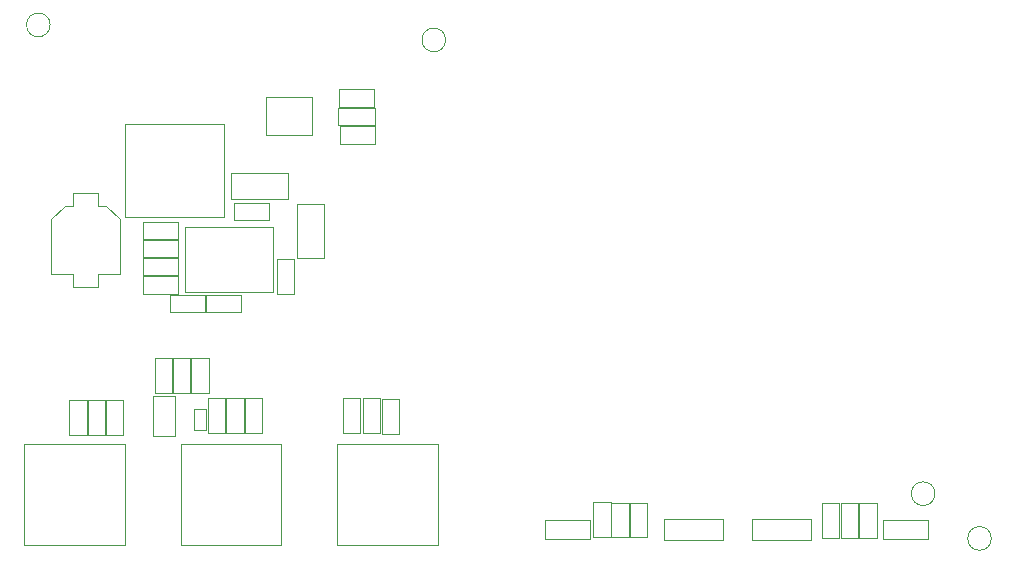
<source format=gbr>
G04 #@! TF.GenerationSoftware,KiCad,Pcbnew,9.0.0*
G04 #@! TF.CreationDate,2025-09-02T12:19:59+03:00*
G04 #@! TF.ProjectId,GSM_SMA_V1.0,47534d5f-534d-4415-9f56-312e302e6b69,rev?*
G04 #@! TF.SameCoordinates,Original*
G04 #@! TF.FileFunction,Other,User*
%FSLAX46Y46*%
G04 Gerber Fmt 4.6, Leading zero omitted, Abs format (unit mm)*
G04 Created by KiCad (PCBNEW 9.0.0) date 2025-09-02 12:19:59*
%MOMM*%
%LPD*%
G01*
G04 APERTURE LIST*
%ADD10C,0.050000*%
G04 APERTURE END LIST*
D10*
X144220000Y-117395000D02*
X145680000Y-117395000D01*
X144220000Y-120355000D02*
X144220000Y-117395000D01*
X145680000Y-117395000D02*
X145680000Y-120355000D01*
X145680000Y-120355000D02*
X144220000Y-120355000D01*
X90630000Y-108550000D02*
X92090000Y-108550000D01*
X90630000Y-111510000D02*
X90630000Y-108550000D01*
X92090000Y-108550000D02*
X92090000Y-111510000D01*
X92090000Y-111510000D02*
X90630000Y-111510000D01*
X152190000Y-116610000D02*
G75*
G02*
X150190000Y-116610000I-1000000J0D01*
G01*
X150190000Y-116610000D02*
G75*
G02*
X152190000Y-116610000I1000000J0D01*
G01*
X92880000Y-91970000D02*
X95840000Y-91970000D01*
X92880000Y-93430000D02*
X92880000Y-91970000D01*
X95840000Y-91970000D02*
X95840000Y-93430000D01*
X95840000Y-93430000D02*
X92880000Y-93430000D01*
X126350000Y-117360000D02*
X127810000Y-117360000D01*
X126350000Y-120320000D02*
X126350000Y-117360000D01*
X127810000Y-117360000D02*
X127810000Y-120320000D01*
X127810000Y-120320000D02*
X126350000Y-120320000D01*
X99440000Y-82991500D02*
X95540000Y-82991500D01*
X95540000Y-86241500D01*
X99440000Y-86241500D01*
X99440000Y-82991500D01*
X85150000Y-96660000D02*
X88110000Y-96660000D01*
X85150000Y-98120000D02*
X85150000Y-96660000D01*
X88110000Y-96660000D02*
X88110000Y-98120000D01*
X88110000Y-98120000D02*
X85150000Y-98120000D01*
X85150000Y-93590000D02*
X88110000Y-93590000D01*
X85150000Y-95050000D02*
X85150000Y-93590000D01*
X88110000Y-93590000D02*
X88110000Y-95050000D01*
X88110000Y-95050000D02*
X85150000Y-95050000D01*
X83620000Y-85350000D02*
X83620000Y-93150000D01*
X83620000Y-93150000D02*
X92020000Y-93150000D01*
X92020000Y-85350000D02*
X83620000Y-85350000D01*
X92020000Y-93150000D02*
X92020000Y-85350000D01*
X103780000Y-108550000D02*
X105240000Y-108550000D01*
X103780000Y-111510000D02*
X103780000Y-108550000D01*
X105240000Y-108550000D02*
X105240000Y-111510000D01*
X105240000Y-111510000D02*
X103780000Y-111510000D01*
X92630000Y-89480000D02*
X97390000Y-89480000D01*
X92630000Y-91680000D02*
X92630000Y-89480000D01*
X97390000Y-89480000D02*
X97390000Y-91680000D01*
X97390000Y-91680000D02*
X92630000Y-91680000D01*
X151620000Y-118855000D02*
X147820000Y-118855000D01*
X147820000Y-120455000D01*
X151620000Y-120455000D01*
X151620000Y-118855000D01*
X105400000Y-108560000D02*
X106860000Y-108560000D01*
X105400000Y-111520000D02*
X105400000Y-108560000D01*
X106860000Y-108560000D02*
X106860000Y-111520000D01*
X106860000Y-111520000D02*
X105400000Y-111520000D01*
X77280000Y-76920000D02*
G75*
G02*
X75280000Y-76920000I-1000000J0D01*
G01*
X75280000Y-76920000D02*
G75*
G02*
X77280000Y-76920000I1000000J0D01*
G01*
X104792413Y-85384292D02*
X101642413Y-85384292D01*
X101642413Y-83934292D01*
X104792413Y-83934292D01*
X104792413Y-85384292D01*
X80450000Y-108650000D02*
X81910000Y-108650000D01*
X80450000Y-111610000D02*
X80450000Y-108650000D01*
X81910000Y-108650000D02*
X81910000Y-111610000D01*
X81910000Y-111610000D02*
X80450000Y-111610000D01*
X124810000Y-117360000D02*
X126270000Y-117360000D01*
X124810000Y-120320000D02*
X124810000Y-117360000D01*
X126270000Y-117360000D02*
X126270000Y-120320000D01*
X126270000Y-120320000D02*
X124810000Y-120320000D01*
X156970000Y-120400000D02*
G75*
G02*
X154970000Y-120400000I-1000000J0D01*
G01*
X154970000Y-120400000D02*
G75*
G02*
X156970000Y-120400000I1000000J0D01*
G01*
X101610000Y-112440000D02*
X110110000Y-112440000D01*
X110110000Y-120940000D01*
X101610000Y-120940000D01*
X101610000Y-112440000D01*
X93780000Y-108550000D02*
X95240000Y-108550000D01*
X93780000Y-111510000D02*
X93780000Y-108550000D01*
X95240000Y-108550000D02*
X95240000Y-111510000D01*
X95240000Y-111510000D02*
X93780000Y-111510000D01*
X119190000Y-120410000D02*
X122990000Y-120410000D01*
X122990000Y-118810000D01*
X119190000Y-118810000D01*
X119190000Y-120410000D01*
X110760000Y-78190000D02*
G75*
G02*
X108760000Y-78190000I-1000000J0D01*
G01*
X108760000Y-78190000D02*
G75*
G02*
X110760000Y-78190000I1000000J0D01*
G01*
X123280000Y-117355000D02*
X124740000Y-117355000D01*
X123280000Y-120315000D02*
X123280000Y-117355000D01*
X124740000Y-117355000D02*
X124740000Y-120315000D01*
X124740000Y-120315000D02*
X123280000Y-120315000D01*
X78920000Y-108660000D02*
X80380000Y-108660000D01*
X78920000Y-111620000D02*
X78920000Y-108660000D01*
X80380000Y-108660000D02*
X80380000Y-111620000D01*
X80380000Y-111620000D02*
X78920000Y-111620000D01*
X98160000Y-92050000D02*
X100460000Y-92050000D01*
X98160000Y-96650000D02*
X98160000Y-92050000D01*
X100460000Y-92050000D02*
X100460000Y-96650000D01*
X100460000Y-96650000D02*
X98160000Y-96650000D01*
X92210000Y-108530000D02*
X93670000Y-108530000D01*
X92210000Y-111490000D02*
X92210000Y-108530000D01*
X93670000Y-108530000D02*
X93670000Y-111490000D01*
X93670000Y-111490000D02*
X92210000Y-111490000D01*
X129280000Y-118750000D02*
X134220000Y-118750000D01*
X134220000Y-120490000D01*
X129280000Y-120490000D01*
X129280000Y-118750000D01*
X142630000Y-117395000D02*
X144090000Y-117395000D01*
X142630000Y-120355000D02*
X142630000Y-117395000D01*
X144090000Y-117395000D02*
X144090000Y-120355000D01*
X144090000Y-120355000D02*
X142630000Y-120355000D01*
X87400000Y-99780000D02*
X90360000Y-99780000D01*
X87400000Y-101240000D02*
X87400000Y-99780000D01*
X90360000Y-99780000D02*
X90360000Y-101240000D01*
X90360000Y-101240000D02*
X87400000Y-101240000D01*
X77380000Y-93380000D02*
X77380000Y-98030000D01*
X78530000Y-92230000D02*
X77380000Y-93380000D01*
X79230000Y-91180000D02*
X79230000Y-92230000D01*
X79230000Y-92230000D02*
X78530000Y-92230000D01*
X79230000Y-98030000D02*
X77380000Y-98030000D01*
X79230000Y-99080000D02*
X79230000Y-98030000D01*
X81330000Y-91180000D02*
X79230000Y-91180000D01*
X81330000Y-92230000D02*
X81330000Y-91180000D01*
X81330000Y-98030000D02*
X81330000Y-99080000D01*
X81330000Y-99080000D02*
X79230000Y-99080000D01*
X82030000Y-92230000D02*
X81330000Y-92230000D01*
X82030000Y-92230000D02*
X83180000Y-93380000D01*
X83180000Y-93380000D02*
X83180000Y-98030000D01*
X83180000Y-98030000D02*
X81330000Y-98030000D01*
X82010000Y-108665000D02*
X83470000Y-108665000D01*
X82010000Y-111625000D02*
X82010000Y-108665000D01*
X83470000Y-108665000D02*
X83470000Y-111625000D01*
X83470000Y-111625000D02*
X82010000Y-111625000D01*
X85160000Y-98220000D02*
X88120000Y-98220000D01*
X85160000Y-99680000D02*
X85160000Y-98220000D01*
X88120000Y-98220000D02*
X88120000Y-99680000D01*
X88120000Y-99680000D02*
X85160000Y-99680000D01*
X101773933Y-82379673D02*
X104733933Y-82379673D01*
X101773933Y-83839673D02*
X101773933Y-82379673D01*
X104733933Y-82379673D02*
X104733933Y-83839673D01*
X104733933Y-83839673D02*
X101773933Y-83839673D01*
X85150000Y-95120000D02*
X88110000Y-95120000D01*
X85150000Y-96580000D02*
X85150000Y-95120000D01*
X88110000Y-95120000D02*
X88110000Y-96580000D01*
X88110000Y-96580000D02*
X85150000Y-96580000D01*
X96462000Y-96735000D02*
X97922000Y-96735000D01*
X96462000Y-99695000D02*
X96462000Y-96735000D01*
X97922000Y-96735000D02*
X97922000Y-99695000D01*
X97922000Y-99695000D02*
X96462000Y-99695000D01*
X88360000Y-112440000D02*
X96860000Y-112440000D01*
X96860000Y-120940000D01*
X88360000Y-120940000D01*
X88360000Y-112440000D01*
X102080000Y-108550000D02*
X103540000Y-108550000D01*
X102080000Y-111510000D02*
X102080000Y-108550000D01*
X103540000Y-108550000D02*
X103540000Y-111510000D01*
X103540000Y-111510000D02*
X102080000Y-111510000D01*
X89500000Y-109400000D02*
X90440000Y-109400000D01*
X89500000Y-111260000D02*
X89500000Y-109400000D01*
X90440000Y-109400000D02*
X90440000Y-111260000D01*
X90440000Y-111260000D02*
X89500000Y-111260000D01*
X88695000Y-94010000D02*
X96145000Y-94010000D01*
X88695000Y-99510000D02*
X88695000Y-94010000D01*
X96145000Y-94010000D02*
X96145000Y-99510000D01*
X96145000Y-99510000D02*
X88695000Y-99510000D01*
X85960000Y-108360000D02*
X87860000Y-108360000D01*
X85960000Y-111720000D02*
X85960000Y-108360000D01*
X87860000Y-108360000D02*
X87860000Y-111720000D01*
X87860000Y-111720000D02*
X85960000Y-111720000D01*
X141710000Y-120570000D02*
X136740000Y-120570000D01*
X136740000Y-118740000D01*
X141710000Y-118740000D01*
X141710000Y-120570000D01*
X75110000Y-112440000D02*
X83610000Y-112440000D01*
X83610000Y-120940000D01*
X75110000Y-120940000D01*
X75110000Y-112440000D01*
X101795000Y-85510000D02*
X104755000Y-85510000D01*
X101795000Y-86970000D02*
X101795000Y-85510000D01*
X104755000Y-85510000D02*
X104755000Y-86970000D01*
X104755000Y-86970000D02*
X101795000Y-86970000D01*
X86160000Y-105090000D02*
X87620000Y-105090000D01*
X86160000Y-108050000D02*
X86160000Y-105090000D01*
X87620000Y-105090000D02*
X87620000Y-108050000D01*
X87620000Y-108050000D02*
X86160000Y-108050000D01*
X89240000Y-105090000D02*
X90700000Y-105090000D01*
X89240000Y-108050000D02*
X89240000Y-105090000D01*
X90700000Y-105090000D02*
X90700000Y-108050000D01*
X90700000Y-108050000D02*
X89240000Y-108050000D01*
X145800000Y-117395000D02*
X147260000Y-117395000D01*
X145800000Y-120355000D02*
X145800000Y-117395000D01*
X147260000Y-117395000D02*
X147260000Y-120355000D01*
X147260000Y-120355000D02*
X145800000Y-120355000D01*
X90500000Y-99780000D02*
X93460000Y-99780000D01*
X90500000Y-101240000D02*
X90500000Y-99780000D01*
X93460000Y-99780000D02*
X93460000Y-101240000D01*
X93460000Y-101240000D02*
X90500000Y-101240000D01*
X87700000Y-105090000D02*
X89160000Y-105090000D01*
X87700000Y-108050000D02*
X87700000Y-105090000D01*
X89160000Y-105090000D02*
X89160000Y-108050000D01*
X89160000Y-108050000D02*
X87700000Y-108050000D01*
M02*

</source>
